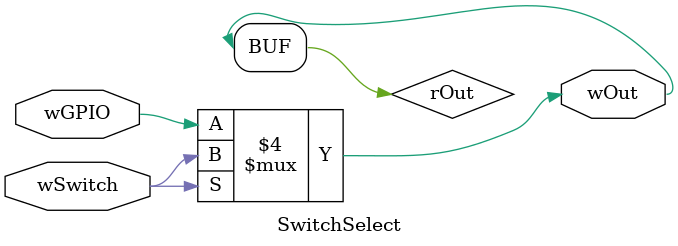
<source format=v>
`timescale 1ns / 1ps


module SwitchSelect(
        input wire wGPIO, wSwitch,
        output wire wOut
    );
    
    reg rOut;
    always @(*)
    begin
    
    if(wSwitch == 1)
    begin
        rOut = wSwitch;
    end
    else
    begin
        rOut = wGPIO;
    end
    end
    
    assign wOut = rOut;
endmodule

</source>
